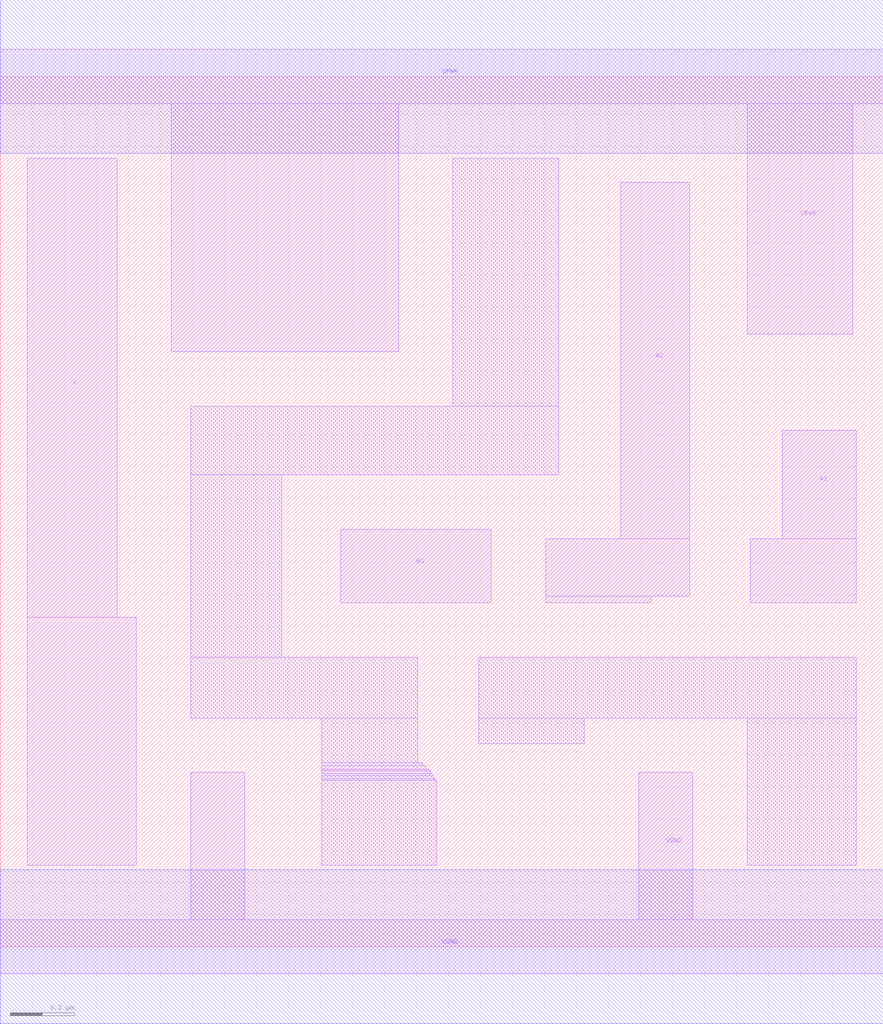
<source format=lef>
# Copyright 2020 The SkyWater PDK Authors
#
# Licensed under the Apache License, Version 2.0 (the "License");
# you may not use this file except in compliance with the License.
# You may obtain a copy of the License at
#
#     https://www.apache.org/licenses/LICENSE-2.0
#
# Unless required by applicable law or agreed to in writing, software
# distributed under the License is distributed on an "AS IS" BASIS,
# WITHOUT WARRANTIES OR CONDITIONS OF ANY KIND, either express or implied.
# See the License for the specific language governing permissions and
# limitations under the License.
#
# SPDX-License-Identifier: Apache-2.0

VERSION 5.5 ;
NAMESCASESENSITIVE ON ;
BUSBITCHARS "[]" ;
DIVIDERCHAR "/" ;
MACRO sky130_fd_sc_hd__o21a_1
  CLASS CORE ;
  SOURCE USER ;
  ORIGIN  0.000000  0.000000 ;
  SIZE  2.760000 BY  2.720000 ;
  SYMMETRY X Y R90 ;
  SITE unithd ;
  PIN A1
    ANTENNAGATEAREA  0.247500 ;
    DIRECTION INPUT ;
    USE SIGNAL ;
    PORT
      LAYER li1 ;
        RECT 2.345000 1.075000 2.675000 1.275000 ;
        RECT 2.445000 1.275000 2.675000 1.615000 ;
    END
  END A1
  PIN A2
    ANTENNAGATEAREA  0.247500 ;
    DIRECTION INPUT ;
    USE SIGNAL ;
    PORT
      LAYER li1 ;
        RECT 1.705000 1.075000 2.035000 1.095000 ;
        RECT 1.705000 1.095000 2.155000 1.275000 ;
        RECT 1.940000 1.275000 2.155000 2.390000 ;
    END
  END A2
  PIN B1
    ANTENNAGATEAREA  0.247500 ;
    DIRECTION INPUT ;
    USE SIGNAL ;
    PORT
      LAYER li1 ;
        RECT 1.065000 1.075000 1.535000 1.305000 ;
    END
  END B1
  PIN X
    ANTENNADIFFAREA  0.449000 ;
    DIRECTION OUTPUT ;
    USE SIGNAL ;
    PORT
      LAYER li1 ;
        RECT 0.085000 0.255000 0.425000 1.030000 ;
        RECT 0.085000 1.030000 0.365000 2.465000 ;
    END
  END X
  PIN VGND
    DIRECTION INOUT ;
    SHAPE ABUTMENT ;
    USE GROUND ;
    PORT
      LAYER li1 ;
        RECT 0.000000 -0.085000 2.760000 0.085000 ;
        RECT 0.595000  0.085000 0.765000 0.545000 ;
        RECT 1.995000  0.085000 2.165000 0.545000 ;
    END
    PORT
      LAYER met1 ;
        RECT 0.000000 -0.240000 2.760000 0.240000 ;
    END
  END VGND
  PIN VPWR
    DIRECTION INOUT ;
    SHAPE ABUTMENT ;
    USE POWER ;
    PORT
      LAYER li1 ;
        RECT 0.000000 2.635000 2.760000 2.805000 ;
        RECT 0.535000 1.860000 1.245000 2.635000 ;
        RECT 2.335000 1.915000 2.665000 2.635000 ;
    END
    PORT
      LAYER met1 ;
        RECT 0.000000 2.480000 2.760000 2.960000 ;
    END
  END VPWR
  OBS
    LAYER li1 ;
      RECT 0.595000 0.715000 1.305000 0.905000 ;
      RECT 0.595000 0.905000 0.880000 1.475000 ;
      RECT 0.595000 1.475000 1.745000 1.690000 ;
      RECT 1.005000 0.255000 1.365000 0.520000 ;
      RECT 1.005000 0.520000 1.360000 0.525000 ;
      RECT 1.005000 0.525000 1.355000 0.535000 ;
      RECT 1.005000 0.535000 1.350000 0.540000 ;
      RECT 1.005000 0.540000 1.345000 0.550000 ;
      RECT 1.005000 0.550000 1.340000 0.555000 ;
      RECT 1.005000 0.555000 1.330000 0.565000 ;
      RECT 1.005000 0.565000 1.320000 0.575000 ;
      RECT 1.005000 0.575000 1.305000 0.715000 ;
      RECT 1.415000 1.690000 1.745000 2.465000 ;
      RECT 1.495000 0.635000 1.825000 0.715000 ;
      RECT 1.495000 0.715000 2.675000 0.905000 ;
      RECT 2.335000 0.255000 2.675000 0.715000 ;
  END
END sky130_fd_sc_hd__o21a_1

</source>
